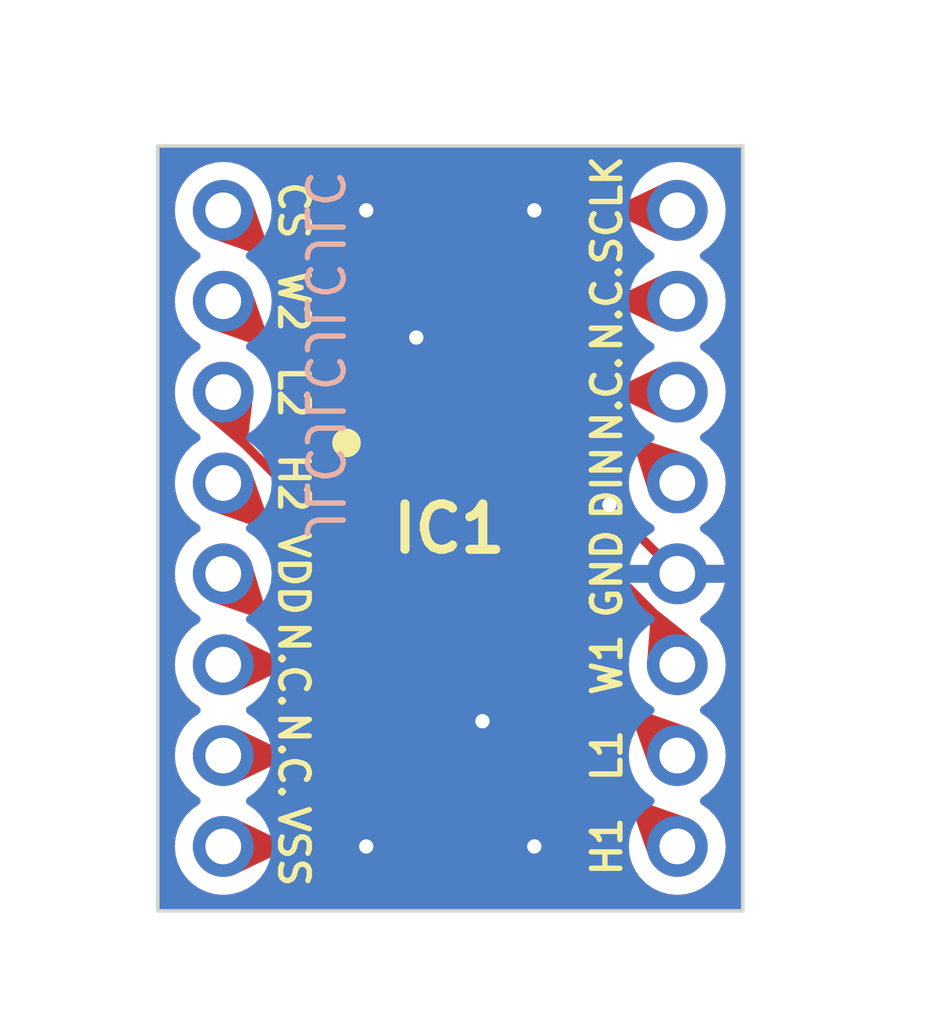
<source format=kicad_pcb>
(kicad_pcb (version 20221018) (generator pcbnew)
  (layers (0 "F.Cu" signal) (31 "B.Cu" signal) (34 "B.Paste" user) (35 "F.Paste" user) (36 "B.SilkS" user "B.Silkscreen") (37 "F.SilkS" user "F.Silkscreen") (38 "B.Mask" user) (39 "F.Mask" user) (44 "Edge.Cuts" user))
  (net 0 "")
  (net 1 "Net-(IC1-~{CS})")
  (net 2 "Net-(IC1-W2)")
  (net 3 "Net-(IC1-L2)")
  (net 4 "Net-(IC1-H2)")
  (net 5 "Net-(IC1-VDD)")
  (net 6 "Net-(IC1-N.C._1)")
  (net 7 "Net-(IC1-N.C._2)")
  (net 8 "Net-(IC1-EP)")
  (net 9 "Net-(IC1-H1)")
  (net 10 "Net-(IC1-L1)")
  (net 11 "Net-(IC1-W1)")
  (net 12 "Net-(IC1-GND)")
  (net 13 "Net-(IC1-DIN)")
  (net 14 "Net-(IC1-N.C._3)")
  (net 15 "Net-(IC1-N.C._4)")
  (net 16 "Net-(IC1-SCLK)")
  (footprint "MAX5494ETE+:QFN80P500X500X80-17N" (layer "F.Cu") (at 76.5725 58.02)
    (fp_text reference "IC1" (at 0 0) (layer "F.SilkS") (effects (font (size 1.27 1.27) (thickness 0.254))))
    (fp_text value "MAX5494ETE+" hide)
    (fp_circle (center -2.875 -2.4) (end -2.875 -2.2) (stroke (width 0.4)) (fill none) (layer "F.SilkS"))
    (pad "1" smd rect (at -2.45 -1.2 90) (size 0.35 0.85) (layers "F.Cu" "F.Paste" "F.Mask") (net 1 "Net-(IC1-~{CS})"))
    (pad "2" smd rect (at -2.45 -0.4 90) (size 0.35 0.85) (layers "F.Cu" "F.Paste" "F.Mask") (net 2 "Net-(IC1-W2)"))
    (pad "3" smd rect (at -2.45 0.4 90) (size 0.35 0.85) (layers "F.Cu" "F.Paste" "F.Mask") (net 3 "Net-(IC1-L2)"))
    (pad "4" smd rect (at -2.45 1.2 90) (size 0.35 0.85) (layers "F.Cu" "F.Paste" "F.Mask") (net 4 "Net-(IC1-H2)"))
    (pad "5" smd rect (at -1.2 2.45) (size 0.35 0.85) (layers "F.Cu" "F.Paste" "F.Mask") (net 5 "Net-(IC1-VDD)"))
    (pad "6" smd rect (at -0.4 2.45) (size 0.35 0.85) (layers "F.Cu" "F.Paste" "F.Mask") (net 6 "Net-(IC1-N.C._1)"))
    (pad "7" smd rect (at 0.4 2.45) (size 0.35 0.85) (layers "F.Cu" "F.Paste" "F.Mask") (net 7 "Net-(IC1-N.C._2)"))
    (pad "8" smd rect (at 1.2 2.45) (size 0.35 0.85) (layers "F.Cu" "F.Paste" "F.Mask") (net 8 "Net-(IC1-EP)"))
    (pad "9" smd rect (at 2.45 1.2 90) (size 0.35 0.85) (layers "F.Cu" "F.Paste" "F.Mask") (net 9 "Net-(IC1-H1)"))
    (pad "10" smd rect (at 2.45 0.4 90) (size 0.35 0.85) (layers "F.Cu" "F.Paste" "F.Mask") (net 10 "Net-(IC1-L1)"))
    (pad "11" smd rect (at 2.45 -0.4 90) (size 0.35 0.85) (layers "F.Cu" "F.Paste" "F.Mask") (net 11 "Net-(IC1-W1)"))
    (pad "12" smd rect (at 2.45 -1.2 90) (size 0.35 0.85) (layers "F.Cu" "F.Paste" "F.Mask") (net 12 "Net-(IC1-GND)"))
    (pad "13" smd rect (at 1.2 -2.45) (size 0.35 0.85) (layers "F.Cu" "F.Paste" "F.Mask") (net 13 "Net-(IC1-DIN)"))
    (pad "14" smd rect (at 0.4 -2.45) (size 0.35 0.85) (layers "F.Cu" "F.Paste" "F.Mask") (net 14 "Net-(IC1-N.C._3)"))
    (pad "15" smd rect (at -0.4 -2.45) (size 0.35 0.85) (layers "F.Cu" "F.Paste" "F.Mask") (net 15 "Net-(IC1-N.C._4)"))
    (pad "16" smd rect (at -1.2 -2.45) (size 0.35 0.85) (layers "F.Cu" "F.Paste" "F.Mask") (net 16 "Net-(IC1-SCLK)"))
    (pad "17" smd rect (at 0 0) (size 3.2 3.2) (layers "F.Cu" "F.Paste" "F.Mask") (net 8 "Net-(IC1-EP)"))
  )
  (footprint "Connector_PinHeader_2.54mm:PinHeader_1x08_P2.54mm_Vertical" (layer "B.Cu") (at 82.95 66.9)
    (fp_text reference "J2" hide)
    (fp_text value "Conn_01x08_Pin")
    (pad "1" thru_hole oval (at 0 0) (size 1.7 1.7) (drill 1) (layers "*.Cu" "*.Mask") (net 9 "Net-(IC1-H1)"))
    (pad "2" thru_hole oval (at 0 -2.54) (size 1.7 1.7) (drill 1) (layers "*.Cu" "*.Mask") (net 10 "Net-(IC1-L1)"))
    (pad "3" thru_hole oval (at 0 -5.08) (size 1.7 1.7) (drill 1) (layers "*.Cu" "*.Mask") (net 11 "Net-(IC1-W1)"))
    (pad "4" thru_hole oval (at 0 -7.62) (size 1.7 1.7) (drill 1) (layers "*.Cu" "*.Mask") (net 12 "Net-(IC1-GND)"))
    (pad "5" thru_hole oval (at 0 -10.16) (size 1.7 1.7) (drill 1) (layers "*.Cu" "*.Mask") (net 13 "Net-(IC1-DIN)"))
    (pad "6" thru_hole oval (at 0 -12.7) (size 1.7 1.7) (drill 1) (layers "*.Cu" "*.Mask") (net 14 "Net-(IC1-N.C._3)"))
    (pad "7" thru_hole oval (at 0 -15.24) (size 1.7 1.7) (drill 1) (layers "*.Cu" "*.Mask") (net 15 "Net-(IC1-N.C._4)"))
    (pad "8" thru_hole oval (at 0 -17.78) (size 1.7 1.7) (drill 1) (layers "*.Cu" "*.Mask") (net 16 "Net-(IC1-SCLK)"))
  )
  (footprint "Connector_PinHeader_2.54mm:PinHeader_1x08_P2.54mm_Vertical" (layer "B.Cu") (at 70.25 49.12 180)
    (fp_text reference "J1" hide)
    (fp_text value "Conn_01x08_Pin")
    (pad "1" thru_hole oval (at 0 0 180) (size 1.7 1.7) (drill 1) (layers "*.Cu" "*.Mask") (net 1 "Net-(IC1-~{CS})"))
    (pad "2" thru_hole oval (at 0 -2.54 180) (size 1.7 1.7) (drill 1) (layers "*.Cu" "*.Mask") (net 2 "Net-(IC1-W2)"))
    (pad "3" thru_hole oval (at 0 -5.08 180) (size 1.7 1.7) (drill 1) (layers "*.Cu" "*.Mask") (net 3 "Net-(IC1-L2)"))
    (pad "4" thru_hole oval (at 0 -7.62 180) (size 1.7 1.7) (drill 1) (layers "*.Cu" "*.Mask") (net 4 "Net-(IC1-H2)"))
    (pad "5" thru_hole oval (at 0 -10.16 180) (size 1.7 1.7) (drill 1) (layers "*.Cu" "*.Mask") (net 5 "Net-(IC1-VDD)"))
    (pad "6" thru_hole oval (at 0 -12.7 180) (size 1.7 1.7) (drill 1) (layers "*.Cu" "*.Mask") (net 6 "Net-(IC1-N.C._1)"))
    (pad "7" thru_hole oval (at 0 -15.24 180) (size 1.7 1.7) (drill 1) (layers "*.Cu" "*.Mask") (net 7 "Net-(IC1-N.C._2)"))
    (pad "8" thru_hole oval (at 0 -17.78 180) (size 1.7 1.7) (drill 1) (layers "*.Cu" "*.Mask") (net 8 "Net-(IC1-EP)"))
  )
  (gr_rect (start 68.42 47.32) (end 84.78 68.7) (stroke (width 0.1)) (fill none) (layer "Edge.Cuts"))
  (gr_text "JLCJLCJLCJLC" (at 72.475 58.4 -90) (layer "B.SilkS") (effects (font (size 1 1)) (justify left bottom mirror)))
  (gr_text "H1" (at 81.45 66.9 90) (layer "F.SilkS") (effects (font (size 0.8 0.8)) (justify bottom)))
  (gr_text "W2" (at 71.75 51.66 -90) (layer "F.SilkS") (effects (font (size 0.8 0.8)) (justify bottom)))
  (gr_text "N.C." (at 81.45 51.86 90) (layer "F.SilkS") (effects (font (size 0.8 0.8)) (justify bottom)))
  (gr_text "H2" (at 71.75 56.74 -90) (layer "F.SilkS") (effects (font (size 0.8 0.8)) (justify bottom)))
  (gr_text "SCLK" (at 81.45 49.12 90) (layer "F.SilkS") (effects (font (size 0.8 0.8)) (justify bottom)))
  (gr_text "N.C." (at 71.75 61.82 -90) (layer "F.SilkS") (effects (font (size 0.8 0.8)) (justify bottom)))
  (gr_text "VDD" (at 71.75 59.28 -90) (layer "F.SilkS") (effects (font (size 0.8 0.8)) (justify bottom)))
  (gr_text "W1" (at 81.45 61.82 90) (layer "F.SilkS") (effects (font (size 0.8 0.8)) (justify bottom)))
  (gr_text "L2" (at 71.75 54.2 -90) (layer "F.SilkS") (effects (font (size 0.8 0.8)) (justify bottom)))
  (gr_text "N.C." (at 71.75 64.36 -90) (layer "F.SilkS") (effects (font (size 0.8 0.8)) (justify bottom)))
  (gr_text "N.C." (at 81.45 54.4 90) (layer "F.SilkS") (effects (font (size 0.8 0.8)) (justify bottom)))
  (gr_text "DIN" (at 81.45 56.74 90) (layer "F.SilkS") (effects (font (size 0.8 0.8)) (justify bottom)))
  (gr_text "GND" (at 81.45 59.28 90) (layer "F.SilkS") (effects (font (size 0.8 0.8)) (justify bottom)))
  (gr_text "VSS" (at 71.75 66.9 -90) (layer "F.SilkS") (effects (font (size 0.8 0.8)) (justify bottom)))
  (gr_text "L1" (at 81.45 64.36 90) (layer "F.SilkS") (effects (font (size 0.8 0.8)) (justify bottom)))
  (gr_text "CS" (at 71.75 49.12 -90) (layer "F.SilkS") (effects (font (size 0.8 0.8)) (justify bottom)))
  (segment (start 74.1225 56.82) (end 74.1225 52.9925) (width 0.25) (layer "F.Cu") (net 1))
  (segment (start 74.1225 52.9925) (end 70.25 49.12) (width 0.25) (layer "F.Cu") (net 1))
  (segment (start 73.4475 57.62) (end 73.3725 57.545) (width 0.25) (layer "F.Cu") (net 2))
  (segment (start 74.1225 57.62) (end 73.4475 57.62) (width 0.25) (layer "F.Cu") (net 2))
  (segment (start 73.3725 57.545) (end 73.3725 54.7825) (width 0.25) (layer "F.Cu") (net 2))
  (segment (start 73.3725 54.7825) (end 70.25 51.66) (width 0.25) (layer "F.Cu") (net 2))
  (segment (start 70.25 55.058896) (end 70.25 54.2) (width 0.25) (layer "F.Cu") (net 3))
  (segment (start 74.1225 58.42) (end 73.611104 58.42) (width 0.25) (layer "F.Cu") (net 3))
  (segment (start 73.611104 58.42) (end 70.25 55.058896) (width 0.25) (layer "F.Cu") (net 3))
  (segment (start 74.1225 59.22) (end 72.73 59.22) (width 0.25) (layer "F.Cu") (net 4))
  (segment (start 72.73 59.22) (end 70.25 56.74) (width 0.25) (layer "F.Cu") (net 4))
  (segment (start 75.3725 60.47) (end 71.44 60.47) (width 0.25) (layer "F.Cu") (net 5))
  (segment (start 71.44 60.47) (end 70.25 59.28) (width 0.25) (layer "F.Cu") (net 5))
  (segment (start 76.1725 60.47) (end 76.1725 61.145) (width 0.25) (layer "F.Cu") (net 6))
  (segment (start 76.1725 61.145) (end 75.4975 61.82) (width 0.25) (layer "F.Cu") (net 6))
  (segment (start 75.4975 61.82) (end 70.25 61.82) (width 0.25) (layer "F.Cu") (net 6))
  (segment (start 76.9725 61.145) (end 73.7575 64.36) (width 0.25) (layer "F.Cu") (net 7))
  (segment (start 76.9725 60.47) (end 76.9725 61.145) (width 0.25) (layer "F.Cu") (net 7))
  (segment (start 73.7575 64.36) (end 70.25 64.36) (width 0.25) (layer "F.Cu") (net 7))
  (segment (start 72.0175 66.9) (end 70.25 66.9) (width 0.25) (layer "F.Cu") (net 8))
  (segment (start 77.7725 59.22) (end 76.5725 58.02) (width 0.25) (layer "F.Cu") (net 8))
  (segment (start 77.7725 60.47) (end 77.7725 61.145) (width 0.25) (layer "F.Cu") (net 8))
  (segment (start 77.7725 60.47) (end 77.7725 59.22) (width 0.25) (layer "F.Cu") (net 8))
  (segment (start 77.7725 61.145) (end 72.0175 66.9) (width 0.25) (layer "F.Cu") (net 8))
  (segment (start 79.0225 62.9725) (end 82.95 66.9) (width 0.25) (layer "F.Cu") (net 9))
  (segment (start 79.0225 59.22) (end 79.0225 62.9725) (width 0.25) (layer "F.Cu") (net 9))
  (segment (start 79.7725 58.495) (end 79.7725 61.1825) (width 0.25) (layer "F.Cu") (net 10))
  (segment (start 79.7725 61.1825) (end 82.95 64.36) (width 0.25) (layer "F.Cu") (net 10))
  (segment (start 79.6975 58.42) (end 79.7725 58.495) (width 0.25) (layer "F.Cu") (net 10))
  (segment (start 79.0225 58.42) (end 79.6975 58.42) (width 0.25) (layer "F.Cu") (net 10))
  (segment (start 79.533896 57.62) (end 82.95 61.036104) (width 0.25) (layer "F.Cu") (net 11))
  (segment (start 79.0225 57.62) (end 79.533896 57.62) (width 0.25) (layer "F.Cu") (net 11))
  (segment (start 82.95 61.036104) (end 82.95 61.82) (width 0.25) (layer "F.Cu") (net 11))
  (segment (start 82.95 59.28) (end 81.875 58.205) (width 0.25) (layer "F.Cu") (net 12))
  (segment (start 79.0225 56.82) (end 80.095 56.82) (width 0.25) (layer "F.Cu") (net 12))
  (segment (start 82.95 59.28) (end 84.355 59.28) (width 0.25) (layer "F.Cu") (net 12))
  (via (at 78.95 66.9) (size 0.8) (drill 0.4) (layers "F.Cu" "B.Cu") (net 12))
  (via (at 75.65 52.675) (size 0.8) (drill 0.4) (layers "F.Cu" "B.Cu") (net 12))
  (via (at 74.25 66.9) (size 0.8) (drill 0.4) (layers "F.Cu" "B.Cu") (net 12))
  (via (at 81.05 57.35) (size 0.8) (drill 0.4) (layers "F.Cu" "B.Cu") (net 12))
  (via (at 77.5 63.4) (size 0.8) (drill 0.4) (layers "F.Cu" "B.Cu") (net 12))
  (via (at 78.95 49.12) (size 0.8) (drill 0.4) (layers "F.Cu" "B.Cu") (net 12))
  (via (at 74.25 49.12) (size 0.8) (drill 0.4) (layers "F.Cu" "B.Cu") (net 12))
  (segment (start 77.7725 55.57) (end 81.78 55.57) (width 0.25) (layer "F.Cu") (net 13))
  (segment (start 81.78 55.57) (end 82.95 56.74) (width 0.25) (layer "F.Cu") (net 13))
  (segment (start 77.6675 54.2) (end 82.95 54.2) (width 0.25) (layer "F.Cu") (net 14))
  (segment (start 76.9725 55.57) (end 76.9725 54.895) (width 0.25) (layer "F.Cu") (net 14))
  (segment (start 76.9725 54.895) (end 77.6675 54.2) (width 0.25) (layer "F.Cu") (net 14))
  (segment (start 76.1725 55.57) (end 76.1725 54.895) (width 0.25) (layer "F.Cu") (net 15))
  (segment (start 79.4075 51.66) (end 82.95 51.66) (width 0.25) (layer "F.Cu") (net 15))
  (segment (start 76.1725 54.895) (end 79.4075 51.66) (width 0.25) (layer "F.Cu") (net 15))
  (segment (start 75.3725 55.57) (end 75.3725 54.895) (width 0.25) (layer "F.Cu") (net 16))
  (segment (start 81.1475 49.12) (end 82.95 49.12) (width 0.25) (layer "F.Cu") (net 16))
  (segment (start 75.3725 54.895) (end 81.1475 49.12) (width 0.25) (layer "F.Cu") (net 16))
  (zone (net 12) (net_name "Net-(IC1-GND)") (layers "F&B.Cu") (connect_pads (clearance 0.5)) (min_thickness 0.25) (fill yes (thermal_gap 0.5) (thermal_bridge_width 0.5))
    (polygon (pts (xy 64.63 71.89) (xy 90 71.89) (xy 90 43.24) (xy 64.63 43.24)))
  )
)
</source>
